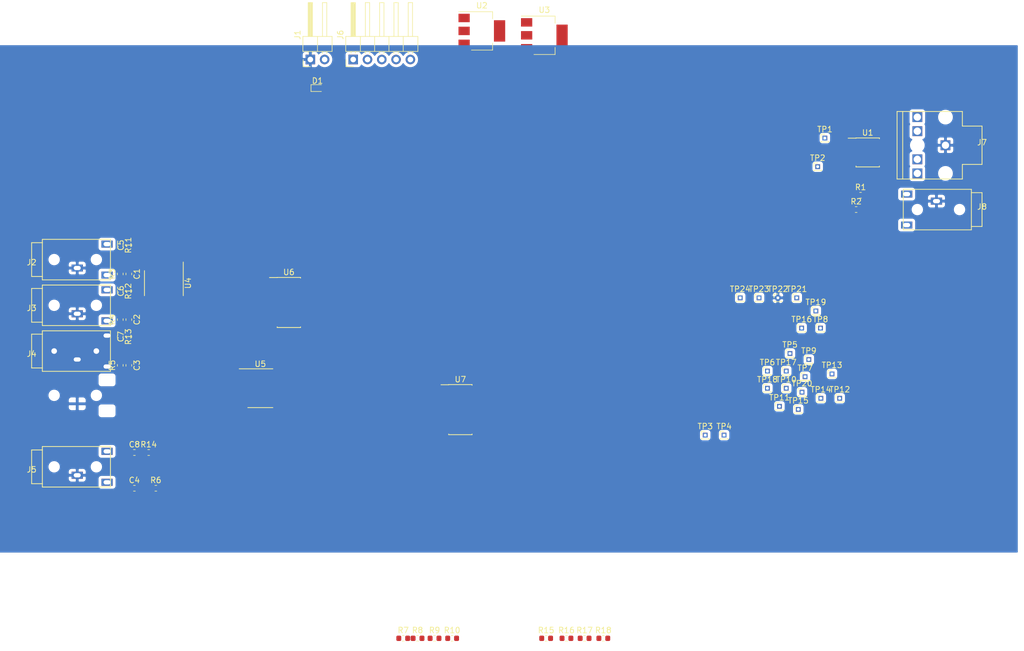
<source format=kicad_pcb>
(kicad_pcb (version 20171130) (host pcbnew "(5.1.2)-2")
  (layers (0 F.Cu signal) (31 B.Cu signal hide) (34 B.Paste user) (35 F.Paste user) (36 B.SilkS user) (37 F.SilkS user) (38 B.Mask user) (39 F.Mask user) (44 Edge.Cuts user))
  (net 0 "")
  (net 1 /Attenuation/LEFT_1)
  (net 2 "Net-(C1-Pad1)")
  (net 3 /Attenuation/LEFT_2)
  (net 4 "Net-(C2-Pad1)")
  (net 5 /Attenuation/LEFT_3)
  (net 6 "Net-(C3-Pad1)")
  (net 7 /Attenuation/LEFT_4)
  (net 8 "Net-(C4-Pad1)")
  (net 9 /Attenuation/RIGHT_1)
  (net 10 "Net-(C5-Pad1)")
  (net 11 /Attenuation/RIGHT_2)
  (net 12 "Net-(C6-Pad1)")
  (net 13 /Attenuation/RIGHT_3)
  (net 14 "Net-(C7-Pad1)")
  (net 15 /Attenuation/RIGHT_4)
  (net 16 "Net-(C8-Pad1)")
  (net 17 +12V)
  (net 18 GND)
  (net 19 /Attenuation/~RESET)
  (net 20 /Attenuation/A1)
  (net 21 /Attenuation/A0)
  (net 22 /Attenuation/SDA)
  (net 23 /Attenuation/SCL)
  (net 24 /LEFT_OUT)
  (net 25 "Net-(J7-PadTN)")
  (net 26 "Net-(J7-PadRN)")
  (net 27 /RIGHT_OUT)
  (net 28 /Attenuation/LEFT_COMBINED)
  (net 29 /Attenuation/RIGHT_COMBINED)
  (net 30 "Net-(R7-Pad2)")
  (net 31 "Net-(R8-Pad2)")
  (net 32 "Net-(R9-Pad2)")
  (net 33 "Net-(R10-Pad2)")
  (net 34 "Net-(R15-Pad2)")
  (net 35 "Net-(R15-Pad1)")
  (net 36 "Net-(R16-Pad2)")
  (net 37 "Net-(R17-Pad2)")
  (net 38 "Net-(R18-Pad2)")
  (net 39 "Net-(TP9-Pad1)")
  (net 40 "Net-(TP10-Pad1)")
  (net 41 "Net-(TP11-Pad1)")
  (net 42 "Net-(TP12-Pad1)")
  (net 43 "Net-(TP17-Pad1)")
  (net 44 "Net-(TP18-Pad1)")
  (net 45 "Net-(TP19-Pad1)")
  (net 46 "Net-(TP20-Pad1)")
  (net 47 +5V)
  (net 48 +2V5)
  (net 49 "Net-(U4-Pad14)")
  (net 50 "Net-(U5-Pad14)")
  (module Package_SO:SOIC-14_3.9x8.7mm_P1.27mm (layer F.Cu) (at 166.37 85.09)
    (fp_text reference U7 (at 0 -5.375) (layer F.SilkS))
    (fp_text value TL074)
    (pad 14 smd rect (at 2.7 -3.81) (size 1.5 0.6) (layers F.Cu F.Paste F.Mask) (net 38 "Net-(R18-Pad2)"))
    (pad 13 smd rect (at 2.7 -2.54) (size 1.5 0.6) (layers F.Cu F.Paste F.Mask) (net 38 "Net-(R18-Pad2)"))
    (pad 12 smd rect (at 2.7 -1.27) (size 1.5 0.6) (layers F.Cu F.Paste F.Mask) (net 46 "Net-(TP20-Pad1)"))
    (pad 11 smd rect (at 2.7 0) (size 1.5 0.6) (layers F.Cu F.Paste F.Mask) (net 18 GND))
    (pad 10 smd rect (at 2.7 1.27) (size 1.5 0.6) (layers F.Cu F.Paste F.Mask) (net 42 "Net-(TP12-Pad1)"))
    (pad 9 smd rect (at 2.7 2.54) (size 1.5 0.6) (layers F.Cu F.Paste F.Mask) (net 33 "Net-(R10-Pad2)"))
    (pad 8 smd rect (at 2.7 3.81) (size 1.5 0.6) (layers F.Cu F.Paste F.Mask) (net 33 "Net-(R10-Pad2)"))
    (pad 7 smd rect (at -2.7 3.81) (size 1.5 0.6) (layers F.Cu F.Paste F.Mask) (net 37 "Net-(R17-Pad2)"))
    (pad 6 smd rect (at -2.7 2.54) (size 1.5 0.6) (layers F.Cu F.Paste F.Mask) (net 37 "Net-(R17-Pad2)"))
    (pad 5 smd rect (at -2.7 1.27) (size 1.5 0.6) (layers F.Cu F.Paste F.Mask) (net 45 "Net-(TP19-Pad1)"))
    (pad 4 smd rect (at -2.7 0) (size 1.5 0.6) (layers F.Cu F.Paste F.Mask) (net 17 +12V))
    (pad 3 smd rect (at -2.7 -1.27) (size 1.5 0.6) (layers F.Cu F.Paste F.Mask) (net 41 "Net-(TP11-Pad1)"))
    (pad 2 smd rect (at -2.7 -2.54) (size 1.5 0.6) (layers F.Cu F.Paste F.Mask) (net 32 "Net-(R9-Pad2)"))
    (pad 1 smd rect (at -2.7 -3.81) (size 1.5 0.6) (layers F.Cu F.Paste F.Mask) (net 32 "Net-(R9-Pad2)"))
  )
  (module Package_SO:SOIC-14_3.9x8.7mm_P1.27mm (layer F.Cu) (at 135.89 66.04)
    (fp_text reference U6 (at 0 -5.375) (layer F.SilkS))
    (fp_text value TL074)
    (pad 14 smd rect (at 2.7 -3.81) (size 1.5 0.6) (layers F.Cu F.Paste F.Mask) (net 36 "Net-(R16-Pad2)"))
    (pad 13 smd rect (at 2.7 -2.54) (size 1.5 0.6) (layers F.Cu F.Paste F.Mask) (net 36 "Net-(R16-Pad2)"))
    (pad 12 smd rect (at 2.7 -1.27) (size 1.5 0.6) (layers F.Cu F.Paste F.Mask) (net 44 "Net-(TP18-Pad1)"))
    (pad 11 smd rect (at 2.7 0) (size 1.5 0.6) (layers F.Cu F.Paste F.Mask) (net 18 GND))
    (pad 10 smd rect (at 2.7 1.27) (size 1.5 0.6) (layers F.Cu F.Paste F.Mask) (net 40 "Net-(TP10-Pad1)"))
    (pad 9 smd rect (at 2.7 2.54) (size 1.5 0.6) (layers F.Cu F.Paste F.Mask) (net 31 "Net-(R8-Pad2)"))
    (pad 8 smd rect (at 2.7 3.81) (size 1.5 0.6) (layers F.Cu F.Paste F.Mask) (net 31 "Net-(R8-Pad2)"))
    (pad 7 smd rect (at -2.7 3.81) (size 1.5 0.6) (layers F.Cu F.Paste F.Mask) (net 34 "Net-(R15-Pad2)"))
    (pad 6 smd rect (at -2.7 2.54) (size 1.5 0.6) (layers F.Cu F.Paste F.Mask) (net 34 "Net-(R15-Pad2)"))
    (pad 5 smd rect (at -2.7 1.27) (size 1.5 0.6) (layers F.Cu F.Paste F.Mask) (net 43 "Net-(TP17-Pad1)"))
    (pad 4 smd rect (at -2.7 0) (size 1.5 0.6) (layers F.Cu F.Paste F.Mask) (net 17 +12V))
    (pad 3 smd rect (at -2.7 -1.27) (size 1.5 0.6) (layers F.Cu F.Paste F.Mask) (net 39 "Net-(TP9-Pad1)"))
    (pad 2 smd rect (at -2.7 -2.54) (size 1.5 0.6) (layers F.Cu F.Paste F.Mask) (net 30 "Net-(R7-Pad2)"))
    (pad 1 smd rect (at -2.7 -3.81) (size 1.5 0.6) (layers F.Cu F.Paste F.Mask) (net 30 "Net-(R7-Pad2)"))
  )
  (module Package_SO:TSSOP-20_4.4x6.5mm_P0.65mm (layer F.Cu) (at 130.81 81.28)
    (fp_text reference U5 (at 0 -4.3) (layer F.SilkS))
    (fp_text value MCP4451-104)
    (pad 20 smd rect (at 2.95 -2.925) (size 1.45 0.45) (layers F.Cu F.Paste F.Mask) (net 16 "Net-(C8-Pad1)"))
    (pad 19 smd rect (at 2.95 -2.275) (size 1.45 0.45) (layers F.Cu F.Paste F.Mask) (net 46 "Net-(TP20-Pad1)"))
    (pad 18 smd rect (at 2.95 -1.625) (size 1.45 0.45) (layers F.Cu F.Paste F.Mask) (net 48 +2V5))
    (pad 17 smd rect (at 2.95 -0.975) (size 1.45 0.45) (layers F.Cu F.Paste F.Mask) (net 47 +5V))
    (pad 16 smd rect (at 2.95 -0.325) (size 1.45 0.45) (layers F.Cu F.Paste F.Mask) (net 20 /Attenuation/A1))
    (pad 15 smd rect (at 2.95 0.325) (size 1.45 0.45) (layers F.Cu F.Paste F.Mask) (net 19 /Attenuation/~RESET))
    (pad 14 smd rect (at 2.95 0.975) (size 1.45 0.45) (layers F.Cu F.Paste F.Mask) (net 50 "Net-(U5-Pad14)"))
    (pad 13 smd rect (at 2.95 1.625) (size 1.45 0.45) (layers F.Cu F.Paste F.Mask) (net 48 +2V5))
    (pad 12 smd rect (at 2.95 2.275) (size 1.45 0.45) (layers F.Cu F.Paste F.Mask) (net 42 "Net-(TP12-Pad1)"))
    (pad 11 smd rect (at 2.95 2.925) (size 1.45 0.45) (layers F.Cu F.Paste F.Mask) (net 8 "Net-(C4-Pad1)"))
    (pad 10 smd rect (at -2.95 2.925) (size 1.45 0.45) (layers F.Cu F.Paste F.Mask) (net 14 "Net-(C7-Pad1)"))
    (pad 9 smd rect (at -2.95 2.275) (size 1.45 0.45) (layers F.Cu F.Paste F.Mask) (net 45 "Net-(TP19-Pad1)"))
    (pad 8 smd rect (at -2.95 1.625) (size 1.45 0.45) (layers F.Cu F.Paste F.Mask) (net 48 +2V5))
    (pad 7 smd rect (at -2.95 0.975) (size 1.45 0.45) (layers F.Cu F.Paste F.Mask) (net 18 GND))
    (pad 6 smd rect (at -2.95 0.325) (size 1.45 0.45) (layers F.Cu F.Paste F.Mask) (net 22 /Attenuation/SDA))
    (pad 5 smd rect (at -2.95 -0.325) (size 1.45 0.45) (layers F.Cu F.Paste F.Mask) (net 23 /Attenuation/SCL))
    (pad 4 smd rect (at -2.95 -0.975) (size 1.45 0.45) (layers F.Cu F.Paste F.Mask) (net 21 /Attenuation/A0))
    (pad 3 smd rect (at -2.95 -1.625) (size 1.45 0.45) (layers F.Cu F.Paste F.Mask) (net 48 +2V5))
    (pad 2 smd rect (at -2.95 -2.275) (size 1.45 0.45) (layers F.Cu F.Paste F.Mask) (net 41 "Net-(TP11-Pad1)"))
    (pad 1 smd rect (at -2.95 -2.925) (size 1.45 0.45) (layers F.Cu F.Paste F.Mask) (net 6 "Net-(C3-Pad1)"))
  )
  (module Package_SO:TSSOP-20_4.4x6.5mm_P0.65mm (layer F.Cu) (at 113.665 62.611 270)
    (fp_text reference U4 (at 0 -4.3 90) (layer F.SilkS))
    (fp_text value MCP4451-104)
    (pad 20 smd rect (at 2.95 -2.925 270) (size 1.45 0.45) (layers F.Cu F.Paste F.Mask) (net 12 "Net-(C6-Pad1)"))
    (pad 19 smd rect (at 2.95 -2.275 270) (size 1.45 0.45) (layers F.Cu F.Paste F.Mask) (net 44 "Net-(TP18-Pad1)"))
    (pad 18 smd rect (at 2.95 -1.625 270) (size 1.45 0.45) (layers F.Cu F.Paste F.Mask) (net 48 +2V5))
    (pad 17 smd rect (at 2.95 -0.975 270) (size 1.45 0.45) (layers F.Cu F.Paste F.Mask) (net 47 +5V))
    (pad 16 smd rect (at 2.95 -0.325 270) (size 1.45 0.45) (layers F.Cu F.Paste F.Mask) (net 20 /Attenuation/A1))
    (pad 15 smd rect (at 2.95 0.325 270) (size 1.45 0.45) (layers F.Cu F.Paste F.Mask) (net 19 /Attenuation/~RESET))
    (pad 14 smd rect (at 2.95 0.975 270) (size 1.45 0.45) (layers F.Cu F.Paste F.Mask) (net 49 "Net-(U4-Pad14)"))
    (pad 13 smd rect (at 2.95 1.625 270) (size 1.45 0.45) (layers F.Cu F.Paste F.Mask) (net 48 +2V5))
    (pad 12 smd rect (at 2.95 2.275 270) (size 1.45 0.45) (layers F.Cu F.Paste F.Mask) (net 40 "Net-(TP10-Pad1)"))
    (pad 11 smd rect (at 2.95 2.925 270) (size 1.45 0.45) (layers F.Cu F.Paste F.Mask) (net 4 "Net-(C2-Pad1)"))
    (pad 10 smd rect (at -2.95 2.925 270) (size 1.45 0.45) (layers F.Cu F.Paste F.Mask) (net 10 "Net-(C5-Pad1)"))
    (pad 9 smd rect (at -2.95 2.275 270) (size 1.45 0.45) (layers F.Cu F.Paste F.Mask) (net 43 "Net-(TP17-Pad1)"))
    (pad 8 smd rect (at -2.95 1.625 270) (size 1.45 0.45) (layers F.Cu F.Paste F.Mask) (net 48 +2V5))
    (pad 7 smd rect (at -2.95 0.975 270) (size 1.45 0.45) (layers F.Cu F.Paste F.Mask) (net 18 GND))
    (pad 6 smd rect (at -2.95 0.325 270) (size 1.45 0.45) (layers F.Cu F.Paste F.Mask) (net 22 /Attenuation/SDA))
    (pad 5 smd rect (at -2.95 -0.325 270) (size 1.45 0.45) (layers F.Cu F.Paste F.Mask) (net 23 /Attenuation/SCL))
    (pad 4 smd rect (at -2.95 -0.975 270) (size 1.45 0.45) (layers F.Cu F.Paste F.Mask) (net 21 /Attenuation/A0))
    (pad 3 smd rect (at -2.95 -1.625 270) (size 1.45 0.45) (layers F.Cu F.Paste F.Mask) (net 48 +2V5))
    (pad 2 smd rect (at -2.95 -2.275 270) (size 1.45 0.45) (layers F.Cu F.Paste F.Mask) (net 39 "Net-(TP9-Pad1)"))
    (pad 1 smd rect (at -2.95 -2.925 270) (size 1.45 0.45) (layers F.Cu F.Paste F.Mask) (net 2 "Net-(C1-Pad1)"))
  )
  (module Package_TO_SOT_SMD:SOT-223-3_TabPin2 (layer F.Cu) (at 181.29 18.56)
    (fp_text reference U3 (at 0 -4.5) (layer F.SilkS))
    (fp_text value LD1117S25TR_SOT223)
    (pad 1 smd rect (at -3.15 -2.3) (size 2 1.5) (layers F.Cu F.Paste F.Mask) (net 18 GND))
    (pad 3 smd rect (at -3.15 2.3) (size 2 1.5) (layers F.Cu F.Paste F.Mask) (net 47 +5V))
    (pad 2 smd rect (at -3.15 0) (size 2 1.5) (layers F.Cu F.Paste F.Mask) (net 48 +2V5))
    (pad 2 smd rect (at 3.15 0) (size 2 3.8) (layers F.Cu F.Paste F.Mask) (net 48 +2V5))
  )
  (module Package_TO_SOT_SMD:SOT-223-3_TabPin2 (layer F.Cu) (at 170.18 17.78)
    (fp_text reference U2 (at 0 -4.5) (layer F.SilkS))
    (fp_text value LD1117S50TR_SOT223)
    (pad 1 smd rect (at -3.15 -2.3) (size 2 1.5) (layers F.Cu F.Paste F.Mask) (net 18 GND))
    (pad 3 smd rect (at -3.15 2.3) (size 2 1.5) (layers F.Cu F.Paste F.Mask) (net 17 +12V))
    (pad 2 smd rect (at -3.15 0) (size 2 1.5) (layers F.Cu F.Paste F.Mask) (net 47 +5V))
    (pad 2 smd rect (at 3.15 0) (size 2 3.8) (layers F.Cu F.Paste F.Mask) (net 47 +5V))
  )
  (module Package_SO:SOIC-8_3.9x4.9mm_P1.27mm (layer F.Cu) (at 238.76 39.37)
    (fp_text reference U1 (at 0 -3.5) (layer F.SilkS))
    (fp_text value TL072)
    (pad 8 smd rect (at 2.7 -1.905) (size 1.55 0.6) (layers F.Cu F.Paste F.Mask) (net 17 +12V))
    (pad 7 smd rect (at 2.7 -0.635) (size 1.55 0.6) (layers F.Cu F.Paste F.Mask) (net 27 /RIGHT_OUT))
    (pad 6 smd rect (at 2.7 0.635) (size 1.55 0.6) (layers F.Cu F.Paste F.Mask) (net 29 /Attenuation/RIGHT_COMBINED))
    (pad 5 smd rect (at 2.7 1.905) (size 1.55 0.6) (layers F.Cu F.Paste F.Mask) (net 48 +2V5))
    (pad 4 smd rect (at -2.7 1.905) (size 1.55 0.6) (layers F.Cu F.Paste F.Mask) (net 18 GND))
    (pad 3 smd rect (at -2.7 0.635) (size 1.55 0.6) (layers F.Cu F.Paste F.Mask) (net 48 +2V5))
    (pad 2 smd rect (at -2.7 -0.635) (size 1.55 0.6) (layers F.Cu F.Paste F.Mask) (net 28 /Attenuation/LEFT_COMBINED))
    (pad 1 smd rect (at -2.7 -1.905) (size 1.55 0.6) (layers F.Cu F.Paste F.Mask) (net 24 /LEFT_OUT))
  )
  (module Connector_PinHeader_1.00mm:PinHeader_1x01_P1.00mm_Vertical (layer F.Cu) (at 216.1 65.22)
    (fp_text reference TP24 (at 0 -1.56) (layer F.SilkS))
    (fp_text value TestPoint)
    (pad 1 thru_hole rect (at 0 0) (size 0.85 0.85) (drill 0.5) (layers *.Cu *.Mask) (net 48 +2V5))
  )
  (module Connector_PinHeader_1.00mm:PinHeader_1x01_P1.00mm_Vertical (layer F.Cu) (at 219.45 65.22)
    (fp_text reference TP23 (at 0 -1.56) (layer F.SilkS))
    (fp_text value TestPoint)
    (pad 1 thru_hole rect (at 0 0) (size 0.85 0.85) (drill 0.5) (layers *.Cu *.Mask) (net 47 +5V))
  )
  (module Connector_PinHeader_1.00mm:PinHeader_1x01_P1.00mm_Vertical (layer F.Cu) (at 222.8 65.22)
    (fp_text reference TP22 (at 0 -1.56) (layer F.SilkS))
    (fp_text value TestPoint)
    (pad 1 thru_hole rect (at 0 0) (size 0.85 0.85) (drill 0.5) (layers *.Cu *.Mask) (net 18 GND))
  )
  (module Connector_PinHeader_1.00mm:PinHeader_1x01_P1.00mm_Vertical (layer F.Cu) (at 226.15 65.22)
    (fp_text reference TP21 (at 0 -1.56) (layer F.SilkS))
    (fp_text value TestPoint)
    (pad 1 thru_hole rect (at 0 0) (size 0.85 0.85) (drill 0.5) (layers *.Cu *.Mask) (net 17 +12V))
  )
  (module Connector_PinHeader_1.00mm:PinHeader_1x01_P1.00mm_Vertical (layer F.Cu) (at 227.08 81.99)
    (fp_text reference TP20 (at 0 -1.56) (layer F.SilkS))
    (fp_text value TestPoint)
    (pad 1 thru_hole rect (at 0 0) (size 0.85 0.85) (drill 0.5) (layers *.Cu *.Mask) (net 46 "Net-(TP20-Pad1)"))
  )
  (module Connector_PinHeader_1.00mm:PinHeader_1x01_P1.00mm_Vertical (layer F.Cu) (at 229.54 67.55)
    (fp_text reference TP19 (at 0 -1.56) (layer F.SilkS))
    (fp_text value TestPoint)
    (pad 1 thru_hole rect (at 0 0) (size 0.85 0.85) (drill 0.5) (layers *.Cu *.Mask) (net 45 "Net-(TP19-Pad1)"))
  )
  (module Connector_PinHeader_1.00mm:PinHeader_1x01_P1.00mm_Vertical (layer F.Cu) (at 220.93 81.29)
    (fp_text reference TP18 (at 0 -1.56) (layer F.SilkS))
    (fp_text value TestPoint)
    (pad 1 thru_hole rect (at 0 0) (size 0.85 0.85) (drill 0.5) (layers *.Cu *.Mask) (net 44 "Net-(TP18-Pad1)"))
  )
  (module Connector_PinHeader_1.00mm:PinHeader_1x01_P1.00mm_Vertical (layer F.Cu) (at 224.28 78.24)
    (fp_text reference TP17 (at 0 -1.56) (layer F.SilkS))
    (fp_text value TestPoint)
    (pad 1 thru_hole rect (at 0 0) (size 0.85 0.85) (drill 0.5) (layers *.Cu *.Mask) (net 43 "Net-(TP17-Pad1)"))
  )
  (module Connector_PinHeader_1.00mm:PinHeader_1x01_P1.00mm_Vertical (layer F.Cu) (at 227.02 70.6)
    (fp_text reference TP16 (at 0 -1.56) (layer F.SilkS))
    (fp_text value TestPoint)
    (pad 1 thru_hole rect (at 0 0) (size 0.85 0.85) (drill 0.5) (layers *.Cu *.Mask) (net 16 "Net-(C8-Pad1)"))
  )
  (module Connector_PinHeader_1.00mm:PinHeader_1x01_P1.00mm_Vertical (layer F.Cu) (at 226.42 85.04)
    (fp_text reference TP15 (at 0 -1.56) (layer F.SilkS))
    (fp_text value TestPoint)
    (pad 1 thru_hole rect (at 0 0) (size 0.85 0.85) (drill 0.5) (layers *.Cu *.Mask) (net 14 "Net-(C7-Pad1)"))
  )
  (module Connector_PinHeader_1.00mm:PinHeader_1x01_P1.00mm_Vertical (layer F.Cu) (at 230.43 83.07)
    (fp_text reference TP14 (at 0 -1.56) (layer F.SilkS))
    (fp_text value TestPoint)
    (pad 1 thru_hole rect (at 0 0) (size 0.85 0.85) (drill 0.5) (layers *.Cu *.Mask) (net 12 "Net-(C6-Pad1)"))
  )
  (module Connector_PinHeader_1.00mm:PinHeader_1x01_P1.00mm_Vertical (layer F.Cu) (at 232.41 78.74)
    (fp_text reference TP13 (at 0 -1.56) (layer F.SilkS))
    (fp_text value TestPoint)
    (pad 1 thru_hole rect (at 0 0) (size 0.85 0.85) (drill 0.5) (layers *.Cu *.Mask) (net 10 "Net-(C5-Pad1)"))
  )
  (module Connector_PinHeader_1.00mm:PinHeader_1x01_P1.00mm_Vertical (layer F.Cu) (at 233.78 83.07)
    (fp_text reference TP12 (at 0 -1.56) (layer F.SilkS))
    (fp_text value TestPoint)
    (pad 1 thru_hole rect (at 0 0) (size 0.85 0.85) (drill 0.5) (layers *.Cu *.Mask) (net 42 "Net-(TP12-Pad1)"))
  )
  (module Connector_PinHeader_1.00mm:PinHeader_1x01_P1.00mm_Vertical (layer F.Cu) (at 223.07 84.5)
    (fp_text reference TP11 (at 0 -1.56) (layer F.SilkS))
    (fp_text value TestPoint)
    (pad 1 thru_hole rect (at 0 0) (size 0.85 0.85) (drill 0.5) (layers *.Cu *.Mask) (net 41 "Net-(TP11-Pad1)"))
  )
  (module Connector_PinHeader_1.00mm:PinHeader_1x01_P1.00mm_Vertical (layer F.Cu) (at 224.28 81.29)
    (fp_text reference TP10 (at 0 -1.56) (layer F.SilkS))
    (fp_text value TestPoint)
    (pad 1 thru_hole rect (at 0 0) (size 0.85 0.85) (drill 0.5) (layers *.Cu *.Mask) (net 40 "Net-(TP10-Pad1)"))
  )
  (module Connector_PinHeader_1.00mm:PinHeader_1x01_P1.00mm_Vertical (layer F.Cu) (at 228.29 76.19)
    (fp_text reference TP9 (at 0 -1.56) (layer F.SilkS))
    (fp_text value TestPoint)
    (pad 1 thru_hole rect (at 0 0) (size 0.85 0.85) (drill 0.5) (layers *.Cu *.Mask) (net 39 "Net-(TP9-Pad1)"))
  )
  (module Connector_PinHeader_1.00mm:PinHeader_1x01_P1.00mm_Vertical (layer F.Cu) (at 230.37 70.6)
    (fp_text reference TP8 (at 0 -1.56) (layer F.SilkS))
    (fp_text value TestPoint)
    (pad 1 thru_hole rect (at 0 0) (size 0.85 0.85) (drill 0.5) (layers *.Cu *.Mask) (net 8 "Net-(C4-Pad1)"))
  )
  (module Connector_PinHeader_1.00mm:PinHeader_1x01_P1.00mm_Vertical (layer F.Cu) (at 227.63 79.24)
    (fp_text reference TP7 (at 0 -1.56) (layer F.SilkS))
    (fp_text value TestPoint)
    (pad 1 thru_hole rect (at 0 0) (size 0.85 0.85) (drill 0.5) (layers *.Cu *.Mask) (net 6 "Net-(C3-Pad1)"))
  )
  (module Connector_PinHeader_1.00mm:PinHeader_1x01_P1.00mm_Vertical (layer F.Cu) (at 220.93 78.24)
    (fp_text reference TP6 (at 0 -1.56) (layer F.SilkS))
    (fp_text value TestPoint)
    (pad 1 thru_hole rect (at 0 0) (size 0.85 0.85) (drill 0.5) (layers *.Cu *.Mask) (net 4 "Net-(C2-Pad1)"))
  )
  (module Connector_PinHeader_1.00mm:PinHeader_1x01_P1.00mm_Vertical (layer F.Cu) (at 224.94 75.11)
    (fp_text reference TP5 (at 0 -1.56) (layer F.SilkS))
    (fp_text value TestPoint)
    (pad 1 thru_hole rect (at 0 0) (size 0.85 0.85) (drill 0.5) (layers *.Cu *.Mask) (net 2 "Net-(C1-Pad1)"))
  )
  (module Connector_PinHeader_1.00mm:PinHeader_1x01_P1.00mm_Vertical (layer F.Cu) (at 213.23 89.62)
    (fp_text reference TP4 (at 0 -1.56) (layer F.SilkS))
    (fp_text value TestPoint)
    (pad 1 thru_hole rect (at 0 0) (size 0.85 0.85) (drill 0.5) (layers *.Cu *.Mask) (net 27 /RIGHT_OUT))
  )
  (module Connector_PinHeader_1.00mm:PinHeader_1x01_P1.00mm_Vertical (layer F.Cu) (at 209.88 89.62)
    (fp_text reference TP3 (at 0 -1.56) (layer F.SilkS))
    (fp_text value TestPoint)
    (pad 1 thru_hole rect (at 0 0) (size 0.85 0.85) (drill 0.5) (layers *.Cu *.Mask) (net 24 /LEFT_OUT))
  )
  (module Connector_PinHeader_1.00mm:PinHeader_1x01_P1.00mm_Vertical (layer F.Cu) (at 229.87 41.91)
    (fp_text reference TP2 (at 0 -1.56) (layer F.SilkS))
    (fp_text value TestPoint)
    (pad 1 thru_hole rect (at 0 0) (size 0.85 0.85) (drill 0.5) (layers *.Cu *.Mask) (net 29 /Attenuation/RIGHT_COMBINED))
  )
  (module Connector_PinHeader_1.00mm:PinHeader_1x01_P1.00mm_Vertical (layer F.Cu) (at 231.14 36.83)
    (fp_text reference TP1 (at 0 -1.56) (layer F.SilkS))
    (fp_text value TestPoint)
    (pad 1 thru_hole rect (at 0 0) (size 0.85 0.85) (drill 0.5) (layers *.Cu *.Mask) (net 28 /Attenuation/LEFT_COMBINED))
  )
  (module Capacitor_SMD:C_0603_1608Metric (layer F.Cu) (at 191.77 125.73)
    (fp_text reference R18 (at 0 -1.43) (layer F.SilkS))
    (fp_text value 10k)
    (pad 2 smd roundrect (at 0.7875 0) (size 0.875 0.95) (layers F.Cu F.Paste F.Mask) (net 38 "Net-(R18-Pad2)"))
    (pad 1 smd roundrect (at -0.7875 0) (size 0.875 0.95) (layers F.Cu F.Paste F.Mask) (net 35 "Net-(R15-Pad1)"))
  )
  (module Capacitor_SMD:C_0603_1608Metric (layer F.Cu) (at 188.4425 125.73)
    (fp_text reference R17 (at 0 -1.43) (layer F.SilkS))
    (fp_text value 10k)
    (pad 2 smd roundrect (at 0.7875 0) (size 0.875 0.95) (layers F.Cu F.Paste F.Mask) (net 37 "Net-(R17-Pad2)"))
    (pad 1 smd roundrect (at -0.7875 0) (size 0.875 0.95) (layers F.Cu F.Paste F.Mask) (net 35 "Net-(R15-Pad1)"))
  )
  (module Capacitor_SMD:C_0603_1608Metric (layer F.Cu) (at 185.22 125.73)
    (fp_text reference R16 (at 0 -1.43) (layer F.SilkS))
    (fp_text value 10k)
    (pad 2 smd roundrect (at 0.7875 0) (size 0.875 0.95) (layers F.Cu F.Paste F.Mask) (net 36 "Net-(R16-Pad2)"))
    (pad 1 smd roundrect (at -0.7875 0) (size 0.875 0.95) (layers F.Cu F.Paste F.Mask) (net 35 "Net-(R15-Pad1)"))
  )
  (module Capacitor_SMD:C_0603_1608Metric (layer F.Cu) (at 181.61 125.73)
    (fp_text reference R15 (at 0 -1.43) (layer F.SilkS))
    (fp_text value 10k)
    (pad 2 smd roundrect (at 0.7875 0) (size 0.875 0.95) (layers F.Cu F.Paste F.Mask) (net 34 "Net-(R15-Pad2)"))
    (pad 1 smd roundrect (at -0.7875 0) (size 0.875 0.95) (layers F.Cu F.Paste F.Mask) (net 35 "Net-(R15-Pad1)"))
  )
  (module Capacitor_SMD:C_0603_1608Metric (layer F.Cu) (at 110.9725 92.71)
    (fp_text reference R14 (at 0 -1.43) (layer F.SilkS))
    (fp_text value 10M)
    (pad 2 smd roundrect (at 0.7875 0) (size 0.875 0.95) (layers F.Cu F.Paste F.Mask) (net 18 GND))
    (pad 1 smd roundrect (at -0.7875 0) (size 0.875 0.95) (layers F.Cu F.Paste F.Mask) (net 15 /Attenuation/RIGHT_4))
  )
  (module Capacitor_SMD:C_0603_1608Metric (layer F.Cu) (at 105.918 72.136 270)
    (fp_text reference R13 (at 0 -1.43 90) (layer F.SilkS))
    (fp_text value 10M)
    (pad 2 smd roundrect (at 0.7875 0 270) (size 0.875 0.95) (layers F.Cu F.Paste F.Mask) (net 18 GND))
    (pad 1 smd roundrect (at -0.7875 0 270) (size 0.875 0.95) (layers F.Cu F.Paste F.Mask) (net 13 /Attenuation/RIGHT_3))
  )
  (module Capacitor_SMD:C_0603_1608Metric (layer F.Cu) (at 105.918 64.0335 270)
    (fp_text reference R12 (at 0 -1.43 90) (layer F.SilkS))
    (fp_text value 10M)
    (pad 2 smd roundrect (at 0.7875 0 270) (size 0.875 0.95) (layers F.Cu F.Paste F.Mask) (net 18 GND))
    (pad 1 smd roundrect (at -0.7875 0 270) (size 0.875 0.95) (layers F.Cu F.Paste F.Mask) (net 11 /Attenuation/RIGHT_2))
  )
  (module Capacitor_SMD:C_0603_1608Metric (layer F.Cu) (at 105.918 55.865 270)
    (fp_text reference R11 (at 0 -1.43 90) (layer F.SilkS))
    (fp_text value 10M)
    (pad 2 smd roundrect (at 0.7875 0 270) (size 0.875 0.95) (layers F.Cu F.Paste F.Mask) (net 18 GND))
    (pad 1 smd roundrect (at -0.7875 0 270) (size 0.875 0.95) (layers F.Cu F.Paste F.Mask) (net 9 /Attenuation/RIGHT_1))
  )
  (module Capacitor_SMD:C_0603_1608Metric (layer F.Cu) (at 164.9 125.73)
    (fp_text reference R10 (at 0 -1.43) (layer F.SilkS))
    (fp_text value 10k)
    (pad 2 smd roundrect (at 0.7875 0) (size 0.875 0.95) (layers F.Cu F.Paste F.Mask) (net 33 "Net-(R10-Pad2)"))
    (pad 1 smd roundrect (at -0.7875 0) (size 0.875 0.95) (layers F.Cu F.Paste F.Mask) (net 28 /Attenuation/LEFT_COMBINED))
  )
  (module Capacitor_SMD:C_0603_1608Metric (layer F.Cu) (at 161.7725 125.73)
    (fp_text reference R9 (at 0 -1.43) (layer F.SilkS))
    (fp_text value 10k)
    (pad 2 smd roundrect (at 0.7875 0) (size 0.875 0.95) (layers F.Cu F.Paste F.Mask) (net 32 "Net-(R9-Pad2)"))
    (pad 1 smd roundrect (at -0.7875 0) (size 0.875 0.95) (layers F.Cu F.Paste F.Mask) (net 28 /Attenuation/LEFT_COMBINED))
  )
  (module Capacitor_SMD:C_0603_1608Metric (layer F.Cu) (at 158.75 125.73)
    (fp_text reference R8 (at 0 -1.43) (layer F.SilkS))
    (fp_text value 10k)
    (pad 2 smd roundrect (at 0.7875 0) (size 0.875 0.95) (layers F.Cu F.Paste F.Mask) (net 31 "Net-(R8-Pad2)"))
    (pad 1 smd roundrect (at -0.7875 0) (size 0.875 0.95) (layers F.Cu F.Paste F.Mask) (net 28 /Attenuation/LEFT_COMBINED))
  )
  (module Capacitor_SMD:C_0603_1608Metric (layer F.Cu) (at 156.21 125.73)
    (fp_text reference R7 (at 0 -1.43) (layer F.SilkS))
    (fp_text value 10k)
    (pad 2 smd roundrect (at 0.7875 0) (size 0.875 0.95) (layers F.Cu F.Paste F.Mask) (net 30 "Net-(R7-Pad2)"))
    (pad 1 smd roundrect (at -0.7875 0) (size 0.875 0.95) (layers F.Cu F.Paste F.Mask) (net 28 /Attenuation/LEFT_COMBINED))
  )
  (module Capacitor_SMD:C_0603_1608Metric (layer F.Cu) (at 112.2425 99.06)
    (fp_text reference R6 (at 0 -1.43) (layer F.SilkS))
    (fp_text value 10M)
    (pad 2 smd roundrect (at 0.7875 0) (size 0.875 0.95) (layers F.Cu F.Paste F.Mask) (net 18 GND))
    (pad 1 smd roundrect (at -0.7875 0) (size 0.875 0.95) (layers F.Cu F.Paste F.Mask) (net 7 /Attenuation/LEFT_4))
  )
  (module Capacitor_SMD:C_0603_1608Metric (layer F.Cu) (at 105.918 77.216 90)
    (fp_text reference R5 (at 0 -1.43 90) (layer F.SilkS))
    (fp_text value 10M)
    (pad 2 smd roundrect (at 0.7875 0 90) (size 0.875 0.95) (layers F.Cu F.Paste F.Mask) (net 18 GND))
    (pad 1 smd roundrect (at -0.7875 0 90) (size 0.875 0.95) (layers F.Cu F.Paste F.Mask) (net 5 /Attenuation/LEFT_3))
  )
  (module Capacitor_SMD:C_0603_1608Metric (layer F.Cu) (at 105.918 69.088 90)
    (fp_text reference R4 (at 0 -1.43 90) (layer F.SilkS))
    (fp_text value 10M)
    (pad 2 smd roundrect (at 0.7875 0 90) (size 0.875 0.95) (layers F.Cu F.Paste F.Mask) (net 18 GND))
    (pad 1 smd roundrect (at -0.7875 0 90) (size 0.875 0.95) (layers F.Cu F.Paste F.Mask) (net 3 /Attenuation/LEFT_2))
  )
  (module Capacitor_SMD:C_0603_1608Metric (layer F.Cu) (at 105.918 60.975 90)
    (fp_text reference R3 (at 0 -1.43 90) (layer F.SilkS))
    (fp_text value 10M)
    (pad 2 smd roundrect (at 0.7875 0 90) (size 0.875 0.95) (layers F.Cu F.Paste F.Mask) (net 18 GND))
    (pad 1 smd roundrect (at -0.7875 0 90) (size 0.875 0.95) (layers F.Cu F.Paste F.Mask) (net 1 /Attenuation/LEFT_1))
  )
  (module Capacitor_SMD:C_0603_1608Metric (layer F.Cu) (at 236.7025 49.53)
    (fp_text reference R2 (at 0 -1.43) (layer F.SilkS))
    (fp_text value 10k)
    (pad 2 smd roundrect (at 0.7875 0) (size 0.875 0.95) (layers F.Cu F.Paste F.Mask) (net 29 /Attenuation/RIGHT_COMBINED))
    (pad 1 smd roundrect (at -0.7875 0) (size 0.875 0.95) (layers F.Cu F.Paste F.Mask) (net 27 /RIGHT_OUT))
  )
  (module Capacitor_SMD:C_0603_1608Metric (layer F.Cu) (at 237.49 46.99)
    (fp_text reference R1 (at 0 -1.43) (layer F.SilkS))
    (fp_text value 10k)
    (pad 2 smd roundrect (at 0.7875 0) (size 0.875 0.95) (layers F.Cu F.Paste F.Mask) (net 28 /Attenuation/LEFT_COMBINED))
    (pad 1 smd roundrect (at -0.7875 0) (size 0.875 0.95) (layers F.Cu F.Paste F.Mask) (net 24 /LEFT_OUT))
  )
  (module qmix:STX-3000 (layer F.Cu) (at 259.08 49.53 180)
    (fp_text reference J8 (at 0 0.5) (layer F.SilkS))
    (fp_text value "Speaker Output")
    (pad R thru_hole rect (at 13.4 -2.75 180) (size 2 1.25) (drill oval 1.25 0.75) (layers *.Cu *.Mask) (net 26 "Net-(J7-PadRN)"))
    (pad T thru_hole rect (at 13.4 2.75 180) (size 2 1.25) (drill oval 1.25 0.75) (layers *.Cu *.Mask) (net 25 "Net-(J7-PadTN)"))
    (pad S thru_hole rect (at 8.1 1.5 180) (size 2 1.25) (drill oval 1.25 0.75) (layers *.Cu *.Mask) (net 18 GND))
    (pad "" np_thru_hole circle (at 11.5 0 180) (size 1 1) (drill 1) (layers *.Cu *.Mask))
    (pad "" np_thru_hole circle (at 4 0 180) (size 1 1) (drill 1) (layers *.Cu *.Mask))
  )
  (module qmix:STX-3120-5B (layer F.Cu) (at 259.08 38.1 180)
    (fp_text reference J7 (at 0 0.5) (layer F.SilkS))
    (fp_text value "Headphones Output")
    (pad T thru_hole rect (at 11.5 5 180) (size 1.75 1.75) (drill 1.3) (layers *.Cu *.Mask) (net 24 /LEFT_OUT))
    (pad TN thru_hole rect (at 11.5 2.5 180) (size 1.75 1.75) (drill 1.3) (layers *.Cu *.Mask) (net 25 "Net-(J7-PadTN)"))
    (pad RN thru_hole rect (at 11.5 -2.5 180) (size 1.75 1.75) (drill 1.3) (layers *.Cu *.Mask) (net 26 "Net-(J7-PadRN)"))
    (pad R thru_hole rect (at 11.5 -5 180) (size 1.75 1.75) (drill 1.3) (layers *.Cu *.Mask) (net 27 /RIGHT_OUT))
    (pad S thru_hole rect (at 6.5 0 180) (size 1.75 1.75) (drill 1.3) (layers *.Cu *.Mask) (net 18 GND))
    (pad "" np_thru_hole circle (at 11.5 0 180) (size 1.6 1.6) (drill 1.6) (layers *.Cu *.Mask))
    (pad "" np_thru_hole circle (at 6.5 -5 180) (size 1.6 1.6) (drill 1.6) (layers *.Cu *.Mask))
    (pad "" np_thru_hole circle (at 6.5 5 180) (size 1.6 1.6) (drill 1.6) (layers *.Cu *.Mask))
  )
  (module Connector_PinHeader_2.54mm:PinHeader_1x05_P2.54mm_Horizontal (layer F.Cu) (at 147.32 22.86 90)
    (fp_text reference J6 (at 4.385 -2.27 90) (layer F.SilkS))
    (fp_text value Conn_01x05)
    (pad 5 thru_hole oval (at 0 10.16 90) (size 1.7 1.7) (drill 1) (layers *.Cu *.Mask) (net 19 /Attenuation/~RESET))
    (pad 4 thru_hole oval (at 0 7.62 90) (size 1.7 1.7) (drill 1) (layers *.Cu *.Mask) (net 20 /Attenuation/A1))
    (pad 3 thru_hole oval (at 0 5.08 90) (size 1.7 1.7) (drill 1) (layers *.Cu *.Mask) (net 21 /Attenuation/A0))
    (pad 2 thru_hole oval (at 0 2.54 90) (size 1.7 1.7) (drill 1) (layers *.Cu *.Mask) (net 22 /Attenuation/SDA))
    (pad 1 thru_hole rect (at 0 0 90) (size 1.7 1.7) (drill 1) (layers *.Cu *.Mask) (net 23 /Attenuation/SCL))
  )
  (module qmix:STX-3000 (layer F.Cu) (at 90.17 95.25)
    (fp_text reference J5 (at 0 0.5) (layer F.SilkS))
    (fp_text value "Stereo Input 4")
    (pad R thru_hole rect (at 13.4 -2.75) (size 2 1.25) (drill oval 1.25 0.75) (layers *.Cu *.Mask) (net 15 /Attenuation/RIGHT_4))
    (pad T thru_hole rect (at 13.4 2.75) (size 2 1.25) (drill oval 1.25 0.75) (layers *.Cu *.Mask) (net 7 /Attenuation/LEFT_4))
    (pad S thru_hole rect (at 8.1 1.5) (size 2 1.25) (drill oval 1.25 0.75) (layers *.Cu *.Mask) (net 18 GND))
    (pad "" np_thru_hole circle (at 11.5 0) (size 1 1) (drill 1) (layers *.Cu *.Mask))
    (pad "" np_thru_hole circle (at 4 0) (size 1 1) (drill 1) (layers *.Cu *.Mask))
  )
  (module qmix:STX-3000 (layer F.Cu) (at 90.17 74.676)
    (fp_text reference J4 (at 0 0.5) (layer F.SilkS))
    (fp_text value "Stereo Input 3")
    (pad R thru_hole rect (at 13.4 -2.75) (size 2 1.25) (drill oval 1.25 0.75) (layers *.Cu *.Mask) (net 13 /Attenuation/RIGHT_3))
    (pad T thru_hole rect (at 13.4 2.75) (size 2 1.25) (drill oval 1.25 0.75) (layers *.Cu *.Mask) (net 5 /Attenuation/LEFT_3))
    (pad S thru_hole rect (at 8.1 1.5) (size 2 1.25) (drill oval 1.25 0.75) (layers *.Cu *.Mask) (net 18 GND))
    (pad "" np_thru_hole circle (at 11.5 0) (size 1 1) (drill 1) (layers *.Cu *.Mask))
    (pad "" np_thru_hole circle (at 4 0) (size 1 1) (drill 1) (layers *.Cu *.Mask))
  )
  (module qmix:STX-3000 (layer F.Cu) (at 90.17 66.548)
    (fp_text reference J3 (at 0 0.5) (layer F.SilkS))
    (fp_text value "Stereo Input 2")
    (pad R thru_hole rect (at 13.4 -2.75) (size 2 1.25) (drill oval 1.25 0.75) (layers *.Cu *.Mask) (net 11 /Attenuation/RIGHT_2))
    (pad T thru_hole rect (at 13.4 2.75) (size 2 1.25) (drill oval 1.25 0.75) (layers *.Cu *.Mask) (net 3 /Attenuation/LEFT_2))
    (pad S thru_hole rect (at 8.1 1.5) (size 2 1.25) (drill oval 1.25 0.75) (layers *.Cu *.Mask) (net 18 GND))
    (pad "" np_thru_hole circle (at 11.5 0) (size 1 1) (drill 1) (layers *.Cu *.Mask))
    (pad "" np_thru_hole circle (at 4 0) (size 1 1) (drill 1) (layers *.Cu *.Mask))
  )
  (module qmix:STX-3000 (layer F.Cu) (at 90.17 58.42)
    (fp_text reference J2 (at 0 0.5) (layer F.SilkS))
    (fp_text value "Stereo Input 1")
    (pad R thru_hole rect (at 13.4 -2.75) (size 2 1.25) (drill oval 1.25 0.75) (layers *.Cu *.Mask) (net 9 /Attenuation/RIGHT_1))
    (pad T thru_hole rect (at 13.4 2.75) (size 2 1.25) (drill oval 1.25 0.75) (layers *.Cu *.Mask) (net 1 /Attenuation/LEFT_1))
    (pad S thru_hole rect (at 8.1 1.5) (size 2 1.25) (drill oval 1.25 0.75) (layers *.Cu *.Mask) (net 18 GND))
    (pad "" np_thru_hole circle (at 11.5 0) (size 1 1) (drill 1) (layers *.Cu *.Mask))
    (pad "" np_thru_hole circle (at 4 0) (size 1 1) (drill 1) (layers *.Cu *.Mask))
  )
  (module Connector_PinHeader_2.54mm:PinHeader_1x02_P2.54mm_Horizontal (layer F.Cu) (at 139.7 22.86 90)
    (fp_text reference J1 (at 4.385 -2.27 90) (layer F.SilkS))
    (fp_text value "Power Input")
    (pad 2 thru_hole oval (at 0 2.54 90) (size 1.7 1.7) (drill 1) (layers *.Cu *.Mask) (net 17 +12V))
    (pad 1 thru_hole rect (at 0 0 90) (size 1.7 1.7) (drill 1) (layers *.Cu *.Mask) (net 18 GND))
  )
  (module Diode_SMD:D_SOD-523 (layer F.Cu) (at 140.97 27.94)
    (fp_text reference D1 (at 0 -1.3) (layer F.SilkS))
    (fp_text value D_TVS)
    (pad 1 smd rect (at -0.7 0 180) (size 0.6 0.7) (layers F.Cu F.Paste F.Mask) (net 17 +12V))
    (pad 2 smd rect (at 0.7 0 180) (size 0.6 0.7) (layers F.Cu F.Paste F.Mask) (net 18 GND))
  )
  (module Capacitor_SMD:C_0603_1608Metric (layer F.Cu) (at 108.4325 92.71)
    (fp_text reference C8 (at 0 -1.43) (layer F.SilkS))
    (fp_text value 1uF)
    (pad 2 smd roundrect (at 0.7875 0) (size 0.875 0.95) (layers F.Cu F.Paste F.Mask) (net 15 /Attenuation/RIGHT_4))
    (pad 1 smd roundrect (at -0.7875 0) (size 0.875 0.95) (layers F.Cu F.Paste F.Mask) (net 16 "Net-(C8-Pad1)"))
  )
  (module Capacitor_SMD:C_0603_1608Metric (layer F.Cu) (at 107.442 72.1105 90)
    (fp_text reference C7 (at 0 -1.43 90) (layer F.SilkS))
    (fp_text value 1uF)
    (pad 2 smd roundrect (at 0.7875 0 90) (size 0.875 0.95) (layers F.Cu F.Paste F.Mask) (net 13 /Attenuation/RIGHT_3))
    (pad 1 smd roundrect (at -0.7875 0 90) (size 0.875 0.95) (layers F.Cu F.Paste F.Mask) (net 14 "Net-(C7-Pad1)"))
  )
  (module Capacitor_SMD:C_0603_1608Metric (layer F.Cu) (at 107.442 64.008 90)
    (fp_text reference C6 (at 0 -1.43 90) (layer F.SilkS))
    (fp_text value 1uF)
    (pad 2 smd roundrect (at 0.7875 0 90) (size 0.875 0.95) (layers F.Cu F.Paste F.Mask) (net 11 /Attenuation/RIGHT_2))
    (pad 1 smd roundrect (at -0.7875 0 90) (size 0.875 0.95) (layers F.Cu F.Paste F.Mask) (net 12 "Net-(C6-Pad1)"))
  )
  (module Capacitor_SMD:C_0603_1608Metric (layer F.Cu) (at 107.442 55.865 90)
    (fp_text reference C5 (at 0 -1.43 90) (layer F.SilkS))
    (fp_text value 1uF)
    (pad 2 smd roundrect (at 0.7875 0 90) (size 0.875 0.95) (layers F.Cu F.Paste F.Mask) (net 9 /Attenuation/RIGHT_1))
    (pad 1 smd roundrect (at -0.7875 0 90) (size 0.875 0.95) (layers F.Cu F.Paste F.Mask) (net 10 "Net-(C5-Pad1)"))
  )
  (module Capacitor_SMD:C_0603_1608Metric (layer F.Cu) (at 108.4325 99.06)
    (fp_text reference C4 (at 0 -1.43) (layer F.SilkS))
    (fp_text value 1uF)
    (pad 2 smd roundrect (at 0.7875 0) (size 0.875 0.95) (layers F.Cu F.Paste F.Mask) (net 7 /Attenuation/LEFT_4))
    (pad 1 smd roundrect (at -0.7875 0) (size 0.875 0.95) (layers F.Cu F.Paste F.Mask) (net 8 "Net-(C4-Pad1)"))
  )
  (module Capacitor_SMD:C_0603_1608Metric (layer F.Cu) (at 107.442 77.216 270)
    (fp_text reference C3 (at 0 -1.43 90) (layer F.SilkS))
    (fp_text value 1uF)
    (pad 2 smd roundrect (at 0.7875 0 270) (size 0.875 0.95) (layers F.Cu F.Paste F.Mask) (net 5 /Attenuation/LEFT_3))
    (pad 1 smd roundrect (at -0.7875 0 270) (size 0.875 0.95) (layers F.Cu F.Paste F.Mask) (net 6 "Net-(C3-Pad1)"))
  )
  (module Capacitor_SMD:C_0603_1608Metric (layer F.Cu) (at 107.442 69.088 270)
    (fp_text reference C2 (at 0 -1.43 90) (layer F.SilkS))
    (fp_text value 1uF)
    (pad 2 smd roundrect (at 0.7875 0 270) (size 0.875 0.95) (layers F.Cu F.Paste F.Mask) (net 3 /Attenuation/LEFT_2))
    (pad 1 smd roundrect (at -0.7875 0 270) (size 0.875 0.95) (layers F.Cu F.Paste F.Mask) (net 4 "Net-(C2-Pad1)"))
  )
  (module Capacitor_SMD:C_0603_1608Metric (layer F.Cu) (at 107.442 60.975 270)
    (fp_text reference C1 (at 0 -1.43 90) (layer F.SilkS))
    (fp_text value 1uF)
    (pad 2 smd roundrect (at 0.7875 0 270) (size 0.875 0.95) (layers F.Cu F.Paste F.Mask) (net 1 /Attenuation/LEFT_1))
    (pad 1 smd roundrect (at -0.7875 0 270) (size 0.875 0.95) (layers F.Cu F.Paste F.Mask) (net 2 "Net-(C1-Pad1)"))
  )
  (segment (start 105.918 61.7625) (end 107.442 61.7625) (width 0.25) (layer F.Cu) (net 1))
  (segment (start 105.918 55.0775) (end 107.442 55.0775) (width 0.25) (layer F.Cu) (net 9))
  (zone (net 18) (net_name GND) (layer B.Cu) (connect_pads (clearance 0.508)) (min_thickness 0.254) (fill yes (arc_segments 32) (thermal_gap 0.508) (thermal_bridge_width 0.508))
    (polygon (pts (xy 80.01 20.32) (xy 265.43 20.32) (xy 265.43 110.49) (xy 80.01 110.49)))
  )
)
</source>
